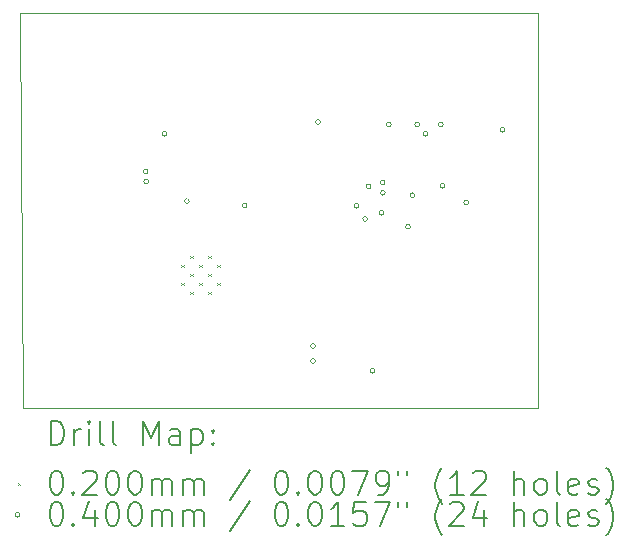
<source format=gbr>
%TF.GenerationSoftware,KiCad,Pcbnew,7.0.5*%
%TF.CreationDate,2023-07-07T22:00:24-05:00*%
%TF.ProjectId,leapsd,6c656170-7364-42e6-9b69-6361645f7063,rev?*%
%TF.SameCoordinates,Original*%
%TF.FileFunction,Drillmap*%
%TF.FilePolarity,Positive*%
%FSLAX45Y45*%
G04 Gerber Fmt 4.5, Leading zero omitted, Abs format (unit mm)*
G04 Created by KiCad (PCBNEW 7.0.5) date 2023-07-07 22:00:24*
%MOMM*%
%LPD*%
G01*
G04 APERTURE LIST*
%ADD10C,0.050000*%
%ADD11C,0.200000*%
%ADD12C,0.020000*%
%ADD13C,0.040000*%
G04 APERTURE END LIST*
D10*
X15680000Y-3460000D02*
X15680000Y-3480000D01*
X20060000Y-3460000D02*
X20060000Y-6800000D01*
X15700000Y-6800000D02*
X20060000Y-6800000D01*
X20060000Y-3460000D02*
X15680000Y-3460000D01*
X15680000Y-3480000D02*
X15700000Y-6800000D01*
D11*
D12*
X17043063Y-5587347D02*
X17063063Y-5607347D01*
X17063063Y-5587347D02*
X17043063Y-5607347D01*
X17043063Y-5739847D02*
X17063063Y-5759847D01*
X17063063Y-5739847D02*
X17043063Y-5759847D01*
X17119313Y-5511097D02*
X17139313Y-5531097D01*
X17139313Y-5511097D02*
X17119313Y-5531097D01*
X17119313Y-5663597D02*
X17139313Y-5683597D01*
X17139313Y-5663597D02*
X17119313Y-5683597D01*
X17119313Y-5816097D02*
X17139313Y-5836097D01*
X17139313Y-5816097D02*
X17119313Y-5836097D01*
X17195563Y-5587347D02*
X17215563Y-5607347D01*
X17215563Y-5587347D02*
X17195563Y-5607347D01*
X17195563Y-5739847D02*
X17215563Y-5759847D01*
X17215563Y-5739847D02*
X17195563Y-5759847D01*
X17271813Y-5511097D02*
X17291813Y-5531097D01*
X17291813Y-5511097D02*
X17271813Y-5531097D01*
X17271813Y-5663597D02*
X17291813Y-5683597D01*
X17291813Y-5663597D02*
X17271813Y-5683597D01*
X17271813Y-5816097D02*
X17291813Y-5836097D01*
X17291813Y-5816097D02*
X17271813Y-5836097D01*
X17348063Y-5587347D02*
X17368063Y-5607347D01*
X17368063Y-5587347D02*
X17348063Y-5607347D01*
X17348063Y-5739847D02*
X17368063Y-5759847D01*
X17368063Y-5739847D02*
X17348063Y-5759847D01*
D13*
X16761047Y-4799758D02*
G75*
G03*
X16761047Y-4799758I-20000J0D01*
G01*
X16765987Y-4883449D02*
G75*
G03*
X16765987Y-4883449I-20000J0D01*
G01*
X16920000Y-4480000D02*
G75*
G03*
X16920000Y-4480000I-20000J0D01*
G01*
X17110595Y-5049548D02*
G75*
G03*
X17110595Y-5049548I-20000J0D01*
G01*
X17599926Y-5085473D02*
G75*
G03*
X17599926Y-5085473I-20000J0D01*
G01*
X18178386Y-6275016D02*
G75*
G03*
X18178386Y-6275016I-20000J0D01*
G01*
X18178386Y-6404173D02*
G75*
G03*
X18178386Y-6404173I-20000J0D01*
G01*
X18220000Y-4380000D02*
G75*
G03*
X18220000Y-4380000I-20000J0D01*
G01*
X18548290Y-5089492D02*
G75*
G03*
X18548290Y-5089492I-20000J0D01*
G01*
X18620000Y-5200000D02*
G75*
G03*
X18620000Y-5200000I-20000J0D01*
G01*
X18648933Y-4925135D02*
G75*
G03*
X18648933Y-4925135I-20000J0D01*
G01*
X18682517Y-6487501D02*
G75*
G03*
X18682517Y-6487501I-20000J0D01*
G01*
X18759069Y-5148844D02*
G75*
G03*
X18759069Y-5148844I-20000J0D01*
G01*
X18768222Y-4890476D02*
G75*
G03*
X18768222Y-4890476I-20000J0D01*
G01*
X18770011Y-4979275D02*
G75*
G03*
X18770011Y-4979275I-20000J0D01*
G01*
X18820000Y-4400000D02*
G75*
G03*
X18820000Y-4400000I-20000J0D01*
G01*
X18982807Y-5266513D02*
G75*
G03*
X18982807Y-5266513I-20000J0D01*
G01*
X19020000Y-5000000D02*
G75*
G03*
X19020000Y-5000000I-20000J0D01*
G01*
X19060626Y-4400000D02*
G75*
G03*
X19060626Y-4400000I-20000J0D01*
G01*
X19130000Y-4480000D02*
G75*
G03*
X19130000Y-4480000I-20000J0D01*
G01*
X19260000Y-4400000D02*
G75*
G03*
X19260000Y-4400000I-20000J0D01*
G01*
X19274141Y-4920946D02*
G75*
G03*
X19274141Y-4920946I-20000J0D01*
G01*
X19475957Y-5062909D02*
G75*
G03*
X19475957Y-5062909I-20000J0D01*
G01*
X19782439Y-4445980D02*
G75*
G03*
X19782439Y-4445980I-20000J0D01*
G01*
D11*
X15938277Y-7113984D02*
X15938277Y-6913984D01*
X15938277Y-6913984D02*
X15985896Y-6913984D01*
X15985896Y-6913984D02*
X16014467Y-6923508D01*
X16014467Y-6923508D02*
X16033515Y-6942555D01*
X16033515Y-6942555D02*
X16043039Y-6961603D01*
X16043039Y-6961603D02*
X16052562Y-6999698D01*
X16052562Y-6999698D02*
X16052562Y-7028269D01*
X16052562Y-7028269D02*
X16043039Y-7066365D01*
X16043039Y-7066365D02*
X16033515Y-7085412D01*
X16033515Y-7085412D02*
X16014467Y-7104460D01*
X16014467Y-7104460D02*
X15985896Y-7113984D01*
X15985896Y-7113984D02*
X15938277Y-7113984D01*
X16138277Y-7113984D02*
X16138277Y-6980650D01*
X16138277Y-7018746D02*
X16147801Y-6999698D01*
X16147801Y-6999698D02*
X16157324Y-6990174D01*
X16157324Y-6990174D02*
X16176372Y-6980650D01*
X16176372Y-6980650D02*
X16195420Y-6980650D01*
X16262086Y-7113984D02*
X16262086Y-6980650D01*
X16262086Y-6913984D02*
X16252562Y-6923508D01*
X16252562Y-6923508D02*
X16262086Y-6933031D01*
X16262086Y-6933031D02*
X16271610Y-6923508D01*
X16271610Y-6923508D02*
X16262086Y-6913984D01*
X16262086Y-6913984D02*
X16262086Y-6933031D01*
X16385896Y-7113984D02*
X16366848Y-7104460D01*
X16366848Y-7104460D02*
X16357324Y-7085412D01*
X16357324Y-7085412D02*
X16357324Y-6913984D01*
X16490658Y-7113984D02*
X16471610Y-7104460D01*
X16471610Y-7104460D02*
X16462086Y-7085412D01*
X16462086Y-7085412D02*
X16462086Y-6913984D01*
X16719229Y-7113984D02*
X16719229Y-6913984D01*
X16719229Y-6913984D02*
X16785896Y-7056841D01*
X16785896Y-7056841D02*
X16852563Y-6913984D01*
X16852563Y-6913984D02*
X16852563Y-7113984D01*
X17033515Y-7113984D02*
X17033515Y-7009222D01*
X17033515Y-7009222D02*
X17023991Y-6990174D01*
X17023991Y-6990174D02*
X17004944Y-6980650D01*
X17004944Y-6980650D02*
X16966848Y-6980650D01*
X16966848Y-6980650D02*
X16947801Y-6990174D01*
X17033515Y-7104460D02*
X17014467Y-7113984D01*
X17014467Y-7113984D02*
X16966848Y-7113984D01*
X16966848Y-7113984D02*
X16947801Y-7104460D01*
X16947801Y-7104460D02*
X16938277Y-7085412D01*
X16938277Y-7085412D02*
X16938277Y-7066365D01*
X16938277Y-7066365D02*
X16947801Y-7047317D01*
X16947801Y-7047317D02*
X16966848Y-7037793D01*
X16966848Y-7037793D02*
X17014467Y-7037793D01*
X17014467Y-7037793D02*
X17033515Y-7028269D01*
X17128753Y-6980650D02*
X17128753Y-7180650D01*
X17128753Y-6990174D02*
X17147801Y-6980650D01*
X17147801Y-6980650D02*
X17185896Y-6980650D01*
X17185896Y-6980650D02*
X17204944Y-6990174D01*
X17204944Y-6990174D02*
X17214467Y-6999698D01*
X17214467Y-6999698D02*
X17223991Y-7018746D01*
X17223991Y-7018746D02*
X17223991Y-7075888D01*
X17223991Y-7075888D02*
X17214467Y-7094936D01*
X17214467Y-7094936D02*
X17204944Y-7104460D01*
X17204944Y-7104460D02*
X17185896Y-7113984D01*
X17185896Y-7113984D02*
X17147801Y-7113984D01*
X17147801Y-7113984D02*
X17128753Y-7104460D01*
X17309705Y-7094936D02*
X17319229Y-7104460D01*
X17319229Y-7104460D02*
X17309705Y-7113984D01*
X17309705Y-7113984D02*
X17300182Y-7104460D01*
X17300182Y-7104460D02*
X17309705Y-7094936D01*
X17309705Y-7094936D02*
X17309705Y-7113984D01*
X17309705Y-6990174D02*
X17319229Y-6999698D01*
X17319229Y-6999698D02*
X17309705Y-7009222D01*
X17309705Y-7009222D02*
X17300182Y-6999698D01*
X17300182Y-6999698D02*
X17309705Y-6990174D01*
X17309705Y-6990174D02*
X17309705Y-7009222D01*
D12*
X15657500Y-7432500D02*
X15677500Y-7452500D01*
X15677500Y-7432500D02*
X15657500Y-7452500D01*
D11*
X15976372Y-7333984D02*
X15995420Y-7333984D01*
X15995420Y-7333984D02*
X16014467Y-7343508D01*
X16014467Y-7343508D02*
X16023991Y-7353031D01*
X16023991Y-7353031D02*
X16033515Y-7372079D01*
X16033515Y-7372079D02*
X16043039Y-7410174D01*
X16043039Y-7410174D02*
X16043039Y-7457793D01*
X16043039Y-7457793D02*
X16033515Y-7495888D01*
X16033515Y-7495888D02*
X16023991Y-7514936D01*
X16023991Y-7514936D02*
X16014467Y-7524460D01*
X16014467Y-7524460D02*
X15995420Y-7533984D01*
X15995420Y-7533984D02*
X15976372Y-7533984D01*
X15976372Y-7533984D02*
X15957324Y-7524460D01*
X15957324Y-7524460D02*
X15947801Y-7514936D01*
X15947801Y-7514936D02*
X15938277Y-7495888D01*
X15938277Y-7495888D02*
X15928753Y-7457793D01*
X15928753Y-7457793D02*
X15928753Y-7410174D01*
X15928753Y-7410174D02*
X15938277Y-7372079D01*
X15938277Y-7372079D02*
X15947801Y-7353031D01*
X15947801Y-7353031D02*
X15957324Y-7343508D01*
X15957324Y-7343508D02*
X15976372Y-7333984D01*
X16128753Y-7514936D02*
X16138277Y-7524460D01*
X16138277Y-7524460D02*
X16128753Y-7533984D01*
X16128753Y-7533984D02*
X16119229Y-7524460D01*
X16119229Y-7524460D02*
X16128753Y-7514936D01*
X16128753Y-7514936D02*
X16128753Y-7533984D01*
X16214467Y-7353031D02*
X16223991Y-7343508D01*
X16223991Y-7343508D02*
X16243039Y-7333984D01*
X16243039Y-7333984D02*
X16290658Y-7333984D01*
X16290658Y-7333984D02*
X16309705Y-7343508D01*
X16309705Y-7343508D02*
X16319229Y-7353031D01*
X16319229Y-7353031D02*
X16328753Y-7372079D01*
X16328753Y-7372079D02*
X16328753Y-7391127D01*
X16328753Y-7391127D02*
X16319229Y-7419698D01*
X16319229Y-7419698D02*
X16204943Y-7533984D01*
X16204943Y-7533984D02*
X16328753Y-7533984D01*
X16452562Y-7333984D02*
X16471610Y-7333984D01*
X16471610Y-7333984D02*
X16490658Y-7343508D01*
X16490658Y-7343508D02*
X16500182Y-7353031D01*
X16500182Y-7353031D02*
X16509705Y-7372079D01*
X16509705Y-7372079D02*
X16519229Y-7410174D01*
X16519229Y-7410174D02*
X16519229Y-7457793D01*
X16519229Y-7457793D02*
X16509705Y-7495888D01*
X16509705Y-7495888D02*
X16500182Y-7514936D01*
X16500182Y-7514936D02*
X16490658Y-7524460D01*
X16490658Y-7524460D02*
X16471610Y-7533984D01*
X16471610Y-7533984D02*
X16452562Y-7533984D01*
X16452562Y-7533984D02*
X16433515Y-7524460D01*
X16433515Y-7524460D02*
X16423991Y-7514936D01*
X16423991Y-7514936D02*
X16414467Y-7495888D01*
X16414467Y-7495888D02*
X16404943Y-7457793D01*
X16404943Y-7457793D02*
X16404943Y-7410174D01*
X16404943Y-7410174D02*
X16414467Y-7372079D01*
X16414467Y-7372079D02*
X16423991Y-7353031D01*
X16423991Y-7353031D02*
X16433515Y-7343508D01*
X16433515Y-7343508D02*
X16452562Y-7333984D01*
X16643039Y-7333984D02*
X16662086Y-7333984D01*
X16662086Y-7333984D02*
X16681134Y-7343508D01*
X16681134Y-7343508D02*
X16690658Y-7353031D01*
X16690658Y-7353031D02*
X16700182Y-7372079D01*
X16700182Y-7372079D02*
X16709705Y-7410174D01*
X16709705Y-7410174D02*
X16709705Y-7457793D01*
X16709705Y-7457793D02*
X16700182Y-7495888D01*
X16700182Y-7495888D02*
X16690658Y-7514936D01*
X16690658Y-7514936D02*
X16681134Y-7524460D01*
X16681134Y-7524460D02*
X16662086Y-7533984D01*
X16662086Y-7533984D02*
X16643039Y-7533984D01*
X16643039Y-7533984D02*
X16623991Y-7524460D01*
X16623991Y-7524460D02*
X16614467Y-7514936D01*
X16614467Y-7514936D02*
X16604943Y-7495888D01*
X16604943Y-7495888D02*
X16595420Y-7457793D01*
X16595420Y-7457793D02*
X16595420Y-7410174D01*
X16595420Y-7410174D02*
X16604943Y-7372079D01*
X16604943Y-7372079D02*
X16614467Y-7353031D01*
X16614467Y-7353031D02*
X16623991Y-7343508D01*
X16623991Y-7343508D02*
X16643039Y-7333984D01*
X16795420Y-7533984D02*
X16795420Y-7400650D01*
X16795420Y-7419698D02*
X16804944Y-7410174D01*
X16804944Y-7410174D02*
X16823991Y-7400650D01*
X16823991Y-7400650D02*
X16852563Y-7400650D01*
X16852563Y-7400650D02*
X16871610Y-7410174D01*
X16871610Y-7410174D02*
X16881134Y-7429222D01*
X16881134Y-7429222D02*
X16881134Y-7533984D01*
X16881134Y-7429222D02*
X16890658Y-7410174D01*
X16890658Y-7410174D02*
X16909705Y-7400650D01*
X16909705Y-7400650D02*
X16938277Y-7400650D01*
X16938277Y-7400650D02*
X16957325Y-7410174D01*
X16957325Y-7410174D02*
X16966848Y-7429222D01*
X16966848Y-7429222D02*
X16966848Y-7533984D01*
X17062086Y-7533984D02*
X17062086Y-7400650D01*
X17062086Y-7419698D02*
X17071610Y-7410174D01*
X17071610Y-7410174D02*
X17090658Y-7400650D01*
X17090658Y-7400650D02*
X17119229Y-7400650D01*
X17119229Y-7400650D02*
X17138277Y-7410174D01*
X17138277Y-7410174D02*
X17147801Y-7429222D01*
X17147801Y-7429222D02*
X17147801Y-7533984D01*
X17147801Y-7429222D02*
X17157325Y-7410174D01*
X17157325Y-7410174D02*
X17176372Y-7400650D01*
X17176372Y-7400650D02*
X17204944Y-7400650D01*
X17204944Y-7400650D02*
X17223991Y-7410174D01*
X17223991Y-7410174D02*
X17233515Y-7429222D01*
X17233515Y-7429222D02*
X17233515Y-7533984D01*
X17623991Y-7324460D02*
X17452563Y-7581603D01*
X17881134Y-7333984D02*
X17900182Y-7333984D01*
X17900182Y-7333984D02*
X17919229Y-7343508D01*
X17919229Y-7343508D02*
X17928753Y-7353031D01*
X17928753Y-7353031D02*
X17938277Y-7372079D01*
X17938277Y-7372079D02*
X17947801Y-7410174D01*
X17947801Y-7410174D02*
X17947801Y-7457793D01*
X17947801Y-7457793D02*
X17938277Y-7495888D01*
X17938277Y-7495888D02*
X17928753Y-7514936D01*
X17928753Y-7514936D02*
X17919229Y-7524460D01*
X17919229Y-7524460D02*
X17900182Y-7533984D01*
X17900182Y-7533984D02*
X17881134Y-7533984D01*
X17881134Y-7533984D02*
X17862087Y-7524460D01*
X17862087Y-7524460D02*
X17852563Y-7514936D01*
X17852563Y-7514936D02*
X17843039Y-7495888D01*
X17843039Y-7495888D02*
X17833515Y-7457793D01*
X17833515Y-7457793D02*
X17833515Y-7410174D01*
X17833515Y-7410174D02*
X17843039Y-7372079D01*
X17843039Y-7372079D02*
X17852563Y-7353031D01*
X17852563Y-7353031D02*
X17862087Y-7343508D01*
X17862087Y-7343508D02*
X17881134Y-7333984D01*
X18033515Y-7514936D02*
X18043039Y-7524460D01*
X18043039Y-7524460D02*
X18033515Y-7533984D01*
X18033515Y-7533984D02*
X18023991Y-7524460D01*
X18023991Y-7524460D02*
X18033515Y-7514936D01*
X18033515Y-7514936D02*
X18033515Y-7533984D01*
X18166848Y-7333984D02*
X18185896Y-7333984D01*
X18185896Y-7333984D02*
X18204944Y-7343508D01*
X18204944Y-7343508D02*
X18214468Y-7353031D01*
X18214468Y-7353031D02*
X18223991Y-7372079D01*
X18223991Y-7372079D02*
X18233515Y-7410174D01*
X18233515Y-7410174D02*
X18233515Y-7457793D01*
X18233515Y-7457793D02*
X18223991Y-7495888D01*
X18223991Y-7495888D02*
X18214468Y-7514936D01*
X18214468Y-7514936D02*
X18204944Y-7524460D01*
X18204944Y-7524460D02*
X18185896Y-7533984D01*
X18185896Y-7533984D02*
X18166848Y-7533984D01*
X18166848Y-7533984D02*
X18147801Y-7524460D01*
X18147801Y-7524460D02*
X18138277Y-7514936D01*
X18138277Y-7514936D02*
X18128753Y-7495888D01*
X18128753Y-7495888D02*
X18119229Y-7457793D01*
X18119229Y-7457793D02*
X18119229Y-7410174D01*
X18119229Y-7410174D02*
X18128753Y-7372079D01*
X18128753Y-7372079D02*
X18138277Y-7353031D01*
X18138277Y-7353031D02*
X18147801Y-7343508D01*
X18147801Y-7343508D02*
X18166848Y-7333984D01*
X18357325Y-7333984D02*
X18376372Y-7333984D01*
X18376372Y-7333984D02*
X18395420Y-7343508D01*
X18395420Y-7343508D02*
X18404944Y-7353031D01*
X18404944Y-7353031D02*
X18414468Y-7372079D01*
X18414468Y-7372079D02*
X18423991Y-7410174D01*
X18423991Y-7410174D02*
X18423991Y-7457793D01*
X18423991Y-7457793D02*
X18414468Y-7495888D01*
X18414468Y-7495888D02*
X18404944Y-7514936D01*
X18404944Y-7514936D02*
X18395420Y-7524460D01*
X18395420Y-7524460D02*
X18376372Y-7533984D01*
X18376372Y-7533984D02*
X18357325Y-7533984D01*
X18357325Y-7533984D02*
X18338277Y-7524460D01*
X18338277Y-7524460D02*
X18328753Y-7514936D01*
X18328753Y-7514936D02*
X18319229Y-7495888D01*
X18319229Y-7495888D02*
X18309706Y-7457793D01*
X18309706Y-7457793D02*
X18309706Y-7410174D01*
X18309706Y-7410174D02*
X18319229Y-7372079D01*
X18319229Y-7372079D02*
X18328753Y-7353031D01*
X18328753Y-7353031D02*
X18338277Y-7343508D01*
X18338277Y-7343508D02*
X18357325Y-7333984D01*
X18490658Y-7333984D02*
X18623991Y-7333984D01*
X18623991Y-7333984D02*
X18538277Y-7533984D01*
X18709706Y-7533984D02*
X18747801Y-7533984D01*
X18747801Y-7533984D02*
X18766849Y-7524460D01*
X18766849Y-7524460D02*
X18776372Y-7514936D01*
X18776372Y-7514936D02*
X18795420Y-7486365D01*
X18795420Y-7486365D02*
X18804944Y-7448269D01*
X18804944Y-7448269D02*
X18804944Y-7372079D01*
X18804944Y-7372079D02*
X18795420Y-7353031D01*
X18795420Y-7353031D02*
X18785896Y-7343508D01*
X18785896Y-7343508D02*
X18766849Y-7333984D01*
X18766849Y-7333984D02*
X18728753Y-7333984D01*
X18728753Y-7333984D02*
X18709706Y-7343508D01*
X18709706Y-7343508D02*
X18700182Y-7353031D01*
X18700182Y-7353031D02*
X18690658Y-7372079D01*
X18690658Y-7372079D02*
X18690658Y-7419698D01*
X18690658Y-7419698D02*
X18700182Y-7438746D01*
X18700182Y-7438746D02*
X18709706Y-7448269D01*
X18709706Y-7448269D02*
X18728753Y-7457793D01*
X18728753Y-7457793D02*
X18766849Y-7457793D01*
X18766849Y-7457793D02*
X18785896Y-7448269D01*
X18785896Y-7448269D02*
X18795420Y-7438746D01*
X18795420Y-7438746D02*
X18804944Y-7419698D01*
X18881134Y-7333984D02*
X18881134Y-7372079D01*
X18957325Y-7333984D02*
X18957325Y-7372079D01*
X19252563Y-7610174D02*
X19243039Y-7600650D01*
X19243039Y-7600650D02*
X19223991Y-7572079D01*
X19223991Y-7572079D02*
X19214468Y-7553031D01*
X19214468Y-7553031D02*
X19204944Y-7524460D01*
X19204944Y-7524460D02*
X19195420Y-7476841D01*
X19195420Y-7476841D02*
X19195420Y-7438746D01*
X19195420Y-7438746D02*
X19204944Y-7391127D01*
X19204944Y-7391127D02*
X19214468Y-7362555D01*
X19214468Y-7362555D02*
X19223991Y-7343508D01*
X19223991Y-7343508D02*
X19243039Y-7314936D01*
X19243039Y-7314936D02*
X19252563Y-7305412D01*
X19433515Y-7533984D02*
X19319230Y-7533984D01*
X19376372Y-7533984D02*
X19376372Y-7333984D01*
X19376372Y-7333984D02*
X19357325Y-7362555D01*
X19357325Y-7362555D02*
X19338277Y-7381603D01*
X19338277Y-7381603D02*
X19319230Y-7391127D01*
X19509706Y-7353031D02*
X19519230Y-7343508D01*
X19519230Y-7343508D02*
X19538277Y-7333984D01*
X19538277Y-7333984D02*
X19585896Y-7333984D01*
X19585896Y-7333984D02*
X19604944Y-7343508D01*
X19604944Y-7343508D02*
X19614468Y-7353031D01*
X19614468Y-7353031D02*
X19623991Y-7372079D01*
X19623991Y-7372079D02*
X19623991Y-7391127D01*
X19623991Y-7391127D02*
X19614468Y-7419698D01*
X19614468Y-7419698D02*
X19500182Y-7533984D01*
X19500182Y-7533984D02*
X19623991Y-7533984D01*
X19862087Y-7533984D02*
X19862087Y-7333984D01*
X19947801Y-7533984D02*
X19947801Y-7429222D01*
X19947801Y-7429222D02*
X19938277Y-7410174D01*
X19938277Y-7410174D02*
X19919230Y-7400650D01*
X19919230Y-7400650D02*
X19890658Y-7400650D01*
X19890658Y-7400650D02*
X19871611Y-7410174D01*
X19871611Y-7410174D02*
X19862087Y-7419698D01*
X20071611Y-7533984D02*
X20052563Y-7524460D01*
X20052563Y-7524460D02*
X20043039Y-7514936D01*
X20043039Y-7514936D02*
X20033515Y-7495888D01*
X20033515Y-7495888D02*
X20033515Y-7438746D01*
X20033515Y-7438746D02*
X20043039Y-7419698D01*
X20043039Y-7419698D02*
X20052563Y-7410174D01*
X20052563Y-7410174D02*
X20071611Y-7400650D01*
X20071611Y-7400650D02*
X20100182Y-7400650D01*
X20100182Y-7400650D02*
X20119230Y-7410174D01*
X20119230Y-7410174D02*
X20128753Y-7419698D01*
X20128753Y-7419698D02*
X20138277Y-7438746D01*
X20138277Y-7438746D02*
X20138277Y-7495888D01*
X20138277Y-7495888D02*
X20128753Y-7514936D01*
X20128753Y-7514936D02*
X20119230Y-7524460D01*
X20119230Y-7524460D02*
X20100182Y-7533984D01*
X20100182Y-7533984D02*
X20071611Y-7533984D01*
X20252563Y-7533984D02*
X20233515Y-7524460D01*
X20233515Y-7524460D02*
X20223992Y-7505412D01*
X20223992Y-7505412D02*
X20223992Y-7333984D01*
X20404944Y-7524460D02*
X20385896Y-7533984D01*
X20385896Y-7533984D02*
X20347801Y-7533984D01*
X20347801Y-7533984D02*
X20328753Y-7524460D01*
X20328753Y-7524460D02*
X20319230Y-7505412D01*
X20319230Y-7505412D02*
X20319230Y-7429222D01*
X20319230Y-7429222D02*
X20328753Y-7410174D01*
X20328753Y-7410174D02*
X20347801Y-7400650D01*
X20347801Y-7400650D02*
X20385896Y-7400650D01*
X20385896Y-7400650D02*
X20404944Y-7410174D01*
X20404944Y-7410174D02*
X20414468Y-7429222D01*
X20414468Y-7429222D02*
X20414468Y-7448269D01*
X20414468Y-7448269D02*
X20319230Y-7467317D01*
X20490658Y-7524460D02*
X20509706Y-7533984D01*
X20509706Y-7533984D02*
X20547801Y-7533984D01*
X20547801Y-7533984D02*
X20566849Y-7524460D01*
X20566849Y-7524460D02*
X20576373Y-7505412D01*
X20576373Y-7505412D02*
X20576373Y-7495888D01*
X20576373Y-7495888D02*
X20566849Y-7476841D01*
X20566849Y-7476841D02*
X20547801Y-7467317D01*
X20547801Y-7467317D02*
X20519230Y-7467317D01*
X20519230Y-7467317D02*
X20500182Y-7457793D01*
X20500182Y-7457793D02*
X20490658Y-7438746D01*
X20490658Y-7438746D02*
X20490658Y-7429222D01*
X20490658Y-7429222D02*
X20500182Y-7410174D01*
X20500182Y-7410174D02*
X20519230Y-7400650D01*
X20519230Y-7400650D02*
X20547801Y-7400650D01*
X20547801Y-7400650D02*
X20566849Y-7410174D01*
X20643039Y-7610174D02*
X20652563Y-7600650D01*
X20652563Y-7600650D02*
X20671611Y-7572079D01*
X20671611Y-7572079D02*
X20681134Y-7553031D01*
X20681134Y-7553031D02*
X20690658Y-7524460D01*
X20690658Y-7524460D02*
X20700182Y-7476841D01*
X20700182Y-7476841D02*
X20700182Y-7438746D01*
X20700182Y-7438746D02*
X20690658Y-7391127D01*
X20690658Y-7391127D02*
X20681134Y-7362555D01*
X20681134Y-7362555D02*
X20671611Y-7343508D01*
X20671611Y-7343508D02*
X20652563Y-7314936D01*
X20652563Y-7314936D02*
X20643039Y-7305412D01*
D13*
X15677500Y-7706500D02*
G75*
G03*
X15677500Y-7706500I-20000J0D01*
G01*
D11*
X15976372Y-7597984D02*
X15995420Y-7597984D01*
X15995420Y-7597984D02*
X16014467Y-7607508D01*
X16014467Y-7607508D02*
X16023991Y-7617031D01*
X16023991Y-7617031D02*
X16033515Y-7636079D01*
X16033515Y-7636079D02*
X16043039Y-7674174D01*
X16043039Y-7674174D02*
X16043039Y-7721793D01*
X16043039Y-7721793D02*
X16033515Y-7759888D01*
X16033515Y-7759888D02*
X16023991Y-7778936D01*
X16023991Y-7778936D02*
X16014467Y-7788460D01*
X16014467Y-7788460D02*
X15995420Y-7797984D01*
X15995420Y-7797984D02*
X15976372Y-7797984D01*
X15976372Y-7797984D02*
X15957324Y-7788460D01*
X15957324Y-7788460D02*
X15947801Y-7778936D01*
X15947801Y-7778936D02*
X15938277Y-7759888D01*
X15938277Y-7759888D02*
X15928753Y-7721793D01*
X15928753Y-7721793D02*
X15928753Y-7674174D01*
X15928753Y-7674174D02*
X15938277Y-7636079D01*
X15938277Y-7636079D02*
X15947801Y-7617031D01*
X15947801Y-7617031D02*
X15957324Y-7607508D01*
X15957324Y-7607508D02*
X15976372Y-7597984D01*
X16128753Y-7778936D02*
X16138277Y-7788460D01*
X16138277Y-7788460D02*
X16128753Y-7797984D01*
X16128753Y-7797984D02*
X16119229Y-7788460D01*
X16119229Y-7788460D02*
X16128753Y-7778936D01*
X16128753Y-7778936D02*
X16128753Y-7797984D01*
X16309705Y-7664650D02*
X16309705Y-7797984D01*
X16262086Y-7588460D02*
X16214467Y-7731317D01*
X16214467Y-7731317D02*
X16338277Y-7731317D01*
X16452562Y-7597984D02*
X16471610Y-7597984D01*
X16471610Y-7597984D02*
X16490658Y-7607508D01*
X16490658Y-7607508D02*
X16500182Y-7617031D01*
X16500182Y-7617031D02*
X16509705Y-7636079D01*
X16509705Y-7636079D02*
X16519229Y-7674174D01*
X16519229Y-7674174D02*
X16519229Y-7721793D01*
X16519229Y-7721793D02*
X16509705Y-7759888D01*
X16509705Y-7759888D02*
X16500182Y-7778936D01*
X16500182Y-7778936D02*
X16490658Y-7788460D01*
X16490658Y-7788460D02*
X16471610Y-7797984D01*
X16471610Y-7797984D02*
X16452562Y-7797984D01*
X16452562Y-7797984D02*
X16433515Y-7788460D01*
X16433515Y-7788460D02*
X16423991Y-7778936D01*
X16423991Y-7778936D02*
X16414467Y-7759888D01*
X16414467Y-7759888D02*
X16404943Y-7721793D01*
X16404943Y-7721793D02*
X16404943Y-7674174D01*
X16404943Y-7674174D02*
X16414467Y-7636079D01*
X16414467Y-7636079D02*
X16423991Y-7617031D01*
X16423991Y-7617031D02*
X16433515Y-7607508D01*
X16433515Y-7607508D02*
X16452562Y-7597984D01*
X16643039Y-7597984D02*
X16662086Y-7597984D01*
X16662086Y-7597984D02*
X16681134Y-7607508D01*
X16681134Y-7607508D02*
X16690658Y-7617031D01*
X16690658Y-7617031D02*
X16700182Y-7636079D01*
X16700182Y-7636079D02*
X16709705Y-7674174D01*
X16709705Y-7674174D02*
X16709705Y-7721793D01*
X16709705Y-7721793D02*
X16700182Y-7759888D01*
X16700182Y-7759888D02*
X16690658Y-7778936D01*
X16690658Y-7778936D02*
X16681134Y-7788460D01*
X16681134Y-7788460D02*
X16662086Y-7797984D01*
X16662086Y-7797984D02*
X16643039Y-7797984D01*
X16643039Y-7797984D02*
X16623991Y-7788460D01*
X16623991Y-7788460D02*
X16614467Y-7778936D01*
X16614467Y-7778936D02*
X16604943Y-7759888D01*
X16604943Y-7759888D02*
X16595420Y-7721793D01*
X16595420Y-7721793D02*
X16595420Y-7674174D01*
X16595420Y-7674174D02*
X16604943Y-7636079D01*
X16604943Y-7636079D02*
X16614467Y-7617031D01*
X16614467Y-7617031D02*
X16623991Y-7607508D01*
X16623991Y-7607508D02*
X16643039Y-7597984D01*
X16795420Y-7797984D02*
X16795420Y-7664650D01*
X16795420Y-7683698D02*
X16804944Y-7674174D01*
X16804944Y-7674174D02*
X16823991Y-7664650D01*
X16823991Y-7664650D02*
X16852563Y-7664650D01*
X16852563Y-7664650D02*
X16871610Y-7674174D01*
X16871610Y-7674174D02*
X16881134Y-7693222D01*
X16881134Y-7693222D02*
X16881134Y-7797984D01*
X16881134Y-7693222D02*
X16890658Y-7674174D01*
X16890658Y-7674174D02*
X16909705Y-7664650D01*
X16909705Y-7664650D02*
X16938277Y-7664650D01*
X16938277Y-7664650D02*
X16957325Y-7674174D01*
X16957325Y-7674174D02*
X16966848Y-7693222D01*
X16966848Y-7693222D02*
X16966848Y-7797984D01*
X17062086Y-7797984D02*
X17062086Y-7664650D01*
X17062086Y-7683698D02*
X17071610Y-7674174D01*
X17071610Y-7674174D02*
X17090658Y-7664650D01*
X17090658Y-7664650D02*
X17119229Y-7664650D01*
X17119229Y-7664650D02*
X17138277Y-7674174D01*
X17138277Y-7674174D02*
X17147801Y-7693222D01*
X17147801Y-7693222D02*
X17147801Y-7797984D01*
X17147801Y-7693222D02*
X17157325Y-7674174D01*
X17157325Y-7674174D02*
X17176372Y-7664650D01*
X17176372Y-7664650D02*
X17204944Y-7664650D01*
X17204944Y-7664650D02*
X17223991Y-7674174D01*
X17223991Y-7674174D02*
X17233515Y-7693222D01*
X17233515Y-7693222D02*
X17233515Y-7797984D01*
X17623991Y-7588460D02*
X17452563Y-7845603D01*
X17881134Y-7597984D02*
X17900182Y-7597984D01*
X17900182Y-7597984D02*
X17919229Y-7607508D01*
X17919229Y-7607508D02*
X17928753Y-7617031D01*
X17928753Y-7617031D02*
X17938277Y-7636079D01*
X17938277Y-7636079D02*
X17947801Y-7674174D01*
X17947801Y-7674174D02*
X17947801Y-7721793D01*
X17947801Y-7721793D02*
X17938277Y-7759888D01*
X17938277Y-7759888D02*
X17928753Y-7778936D01*
X17928753Y-7778936D02*
X17919229Y-7788460D01*
X17919229Y-7788460D02*
X17900182Y-7797984D01*
X17900182Y-7797984D02*
X17881134Y-7797984D01*
X17881134Y-7797984D02*
X17862087Y-7788460D01*
X17862087Y-7788460D02*
X17852563Y-7778936D01*
X17852563Y-7778936D02*
X17843039Y-7759888D01*
X17843039Y-7759888D02*
X17833515Y-7721793D01*
X17833515Y-7721793D02*
X17833515Y-7674174D01*
X17833515Y-7674174D02*
X17843039Y-7636079D01*
X17843039Y-7636079D02*
X17852563Y-7617031D01*
X17852563Y-7617031D02*
X17862087Y-7607508D01*
X17862087Y-7607508D02*
X17881134Y-7597984D01*
X18033515Y-7778936D02*
X18043039Y-7788460D01*
X18043039Y-7788460D02*
X18033515Y-7797984D01*
X18033515Y-7797984D02*
X18023991Y-7788460D01*
X18023991Y-7788460D02*
X18033515Y-7778936D01*
X18033515Y-7778936D02*
X18033515Y-7797984D01*
X18166848Y-7597984D02*
X18185896Y-7597984D01*
X18185896Y-7597984D02*
X18204944Y-7607508D01*
X18204944Y-7607508D02*
X18214468Y-7617031D01*
X18214468Y-7617031D02*
X18223991Y-7636079D01*
X18223991Y-7636079D02*
X18233515Y-7674174D01*
X18233515Y-7674174D02*
X18233515Y-7721793D01*
X18233515Y-7721793D02*
X18223991Y-7759888D01*
X18223991Y-7759888D02*
X18214468Y-7778936D01*
X18214468Y-7778936D02*
X18204944Y-7788460D01*
X18204944Y-7788460D02*
X18185896Y-7797984D01*
X18185896Y-7797984D02*
X18166848Y-7797984D01*
X18166848Y-7797984D02*
X18147801Y-7788460D01*
X18147801Y-7788460D02*
X18138277Y-7778936D01*
X18138277Y-7778936D02*
X18128753Y-7759888D01*
X18128753Y-7759888D02*
X18119229Y-7721793D01*
X18119229Y-7721793D02*
X18119229Y-7674174D01*
X18119229Y-7674174D02*
X18128753Y-7636079D01*
X18128753Y-7636079D02*
X18138277Y-7617031D01*
X18138277Y-7617031D02*
X18147801Y-7607508D01*
X18147801Y-7607508D02*
X18166848Y-7597984D01*
X18423991Y-7797984D02*
X18309706Y-7797984D01*
X18366848Y-7797984D02*
X18366848Y-7597984D01*
X18366848Y-7597984D02*
X18347801Y-7626555D01*
X18347801Y-7626555D02*
X18328753Y-7645603D01*
X18328753Y-7645603D02*
X18309706Y-7655127D01*
X18604944Y-7597984D02*
X18509706Y-7597984D01*
X18509706Y-7597984D02*
X18500182Y-7693222D01*
X18500182Y-7693222D02*
X18509706Y-7683698D01*
X18509706Y-7683698D02*
X18528753Y-7674174D01*
X18528753Y-7674174D02*
X18576372Y-7674174D01*
X18576372Y-7674174D02*
X18595420Y-7683698D01*
X18595420Y-7683698D02*
X18604944Y-7693222D01*
X18604944Y-7693222D02*
X18614468Y-7712269D01*
X18614468Y-7712269D02*
X18614468Y-7759888D01*
X18614468Y-7759888D02*
X18604944Y-7778936D01*
X18604944Y-7778936D02*
X18595420Y-7788460D01*
X18595420Y-7788460D02*
X18576372Y-7797984D01*
X18576372Y-7797984D02*
X18528753Y-7797984D01*
X18528753Y-7797984D02*
X18509706Y-7788460D01*
X18509706Y-7788460D02*
X18500182Y-7778936D01*
X18681134Y-7597984D02*
X18814468Y-7597984D01*
X18814468Y-7597984D02*
X18728753Y-7797984D01*
X18881134Y-7597984D02*
X18881134Y-7636079D01*
X18957325Y-7597984D02*
X18957325Y-7636079D01*
X19252563Y-7874174D02*
X19243039Y-7864650D01*
X19243039Y-7864650D02*
X19223991Y-7836079D01*
X19223991Y-7836079D02*
X19214468Y-7817031D01*
X19214468Y-7817031D02*
X19204944Y-7788460D01*
X19204944Y-7788460D02*
X19195420Y-7740841D01*
X19195420Y-7740841D02*
X19195420Y-7702746D01*
X19195420Y-7702746D02*
X19204944Y-7655127D01*
X19204944Y-7655127D02*
X19214468Y-7626555D01*
X19214468Y-7626555D02*
X19223991Y-7607508D01*
X19223991Y-7607508D02*
X19243039Y-7578936D01*
X19243039Y-7578936D02*
X19252563Y-7569412D01*
X19319230Y-7617031D02*
X19328753Y-7607508D01*
X19328753Y-7607508D02*
X19347801Y-7597984D01*
X19347801Y-7597984D02*
X19395420Y-7597984D01*
X19395420Y-7597984D02*
X19414468Y-7607508D01*
X19414468Y-7607508D02*
X19423991Y-7617031D01*
X19423991Y-7617031D02*
X19433515Y-7636079D01*
X19433515Y-7636079D02*
X19433515Y-7655127D01*
X19433515Y-7655127D02*
X19423991Y-7683698D01*
X19423991Y-7683698D02*
X19309706Y-7797984D01*
X19309706Y-7797984D02*
X19433515Y-7797984D01*
X19604944Y-7664650D02*
X19604944Y-7797984D01*
X19557325Y-7588460D02*
X19509706Y-7731317D01*
X19509706Y-7731317D02*
X19633515Y-7731317D01*
X19862087Y-7797984D02*
X19862087Y-7597984D01*
X19947801Y-7797984D02*
X19947801Y-7693222D01*
X19947801Y-7693222D02*
X19938277Y-7674174D01*
X19938277Y-7674174D02*
X19919230Y-7664650D01*
X19919230Y-7664650D02*
X19890658Y-7664650D01*
X19890658Y-7664650D02*
X19871611Y-7674174D01*
X19871611Y-7674174D02*
X19862087Y-7683698D01*
X20071611Y-7797984D02*
X20052563Y-7788460D01*
X20052563Y-7788460D02*
X20043039Y-7778936D01*
X20043039Y-7778936D02*
X20033515Y-7759888D01*
X20033515Y-7759888D02*
X20033515Y-7702746D01*
X20033515Y-7702746D02*
X20043039Y-7683698D01*
X20043039Y-7683698D02*
X20052563Y-7674174D01*
X20052563Y-7674174D02*
X20071611Y-7664650D01*
X20071611Y-7664650D02*
X20100182Y-7664650D01*
X20100182Y-7664650D02*
X20119230Y-7674174D01*
X20119230Y-7674174D02*
X20128753Y-7683698D01*
X20128753Y-7683698D02*
X20138277Y-7702746D01*
X20138277Y-7702746D02*
X20138277Y-7759888D01*
X20138277Y-7759888D02*
X20128753Y-7778936D01*
X20128753Y-7778936D02*
X20119230Y-7788460D01*
X20119230Y-7788460D02*
X20100182Y-7797984D01*
X20100182Y-7797984D02*
X20071611Y-7797984D01*
X20252563Y-7797984D02*
X20233515Y-7788460D01*
X20233515Y-7788460D02*
X20223992Y-7769412D01*
X20223992Y-7769412D02*
X20223992Y-7597984D01*
X20404944Y-7788460D02*
X20385896Y-7797984D01*
X20385896Y-7797984D02*
X20347801Y-7797984D01*
X20347801Y-7797984D02*
X20328753Y-7788460D01*
X20328753Y-7788460D02*
X20319230Y-7769412D01*
X20319230Y-7769412D02*
X20319230Y-7693222D01*
X20319230Y-7693222D02*
X20328753Y-7674174D01*
X20328753Y-7674174D02*
X20347801Y-7664650D01*
X20347801Y-7664650D02*
X20385896Y-7664650D01*
X20385896Y-7664650D02*
X20404944Y-7674174D01*
X20404944Y-7674174D02*
X20414468Y-7693222D01*
X20414468Y-7693222D02*
X20414468Y-7712269D01*
X20414468Y-7712269D02*
X20319230Y-7731317D01*
X20490658Y-7788460D02*
X20509706Y-7797984D01*
X20509706Y-7797984D02*
X20547801Y-7797984D01*
X20547801Y-7797984D02*
X20566849Y-7788460D01*
X20566849Y-7788460D02*
X20576373Y-7769412D01*
X20576373Y-7769412D02*
X20576373Y-7759888D01*
X20576373Y-7759888D02*
X20566849Y-7740841D01*
X20566849Y-7740841D02*
X20547801Y-7731317D01*
X20547801Y-7731317D02*
X20519230Y-7731317D01*
X20519230Y-7731317D02*
X20500182Y-7721793D01*
X20500182Y-7721793D02*
X20490658Y-7702746D01*
X20490658Y-7702746D02*
X20490658Y-7693222D01*
X20490658Y-7693222D02*
X20500182Y-7674174D01*
X20500182Y-7674174D02*
X20519230Y-7664650D01*
X20519230Y-7664650D02*
X20547801Y-7664650D01*
X20547801Y-7664650D02*
X20566849Y-7674174D01*
X20643039Y-7874174D02*
X20652563Y-7864650D01*
X20652563Y-7864650D02*
X20671611Y-7836079D01*
X20671611Y-7836079D02*
X20681134Y-7817031D01*
X20681134Y-7817031D02*
X20690658Y-7788460D01*
X20690658Y-7788460D02*
X20700182Y-7740841D01*
X20700182Y-7740841D02*
X20700182Y-7702746D01*
X20700182Y-7702746D02*
X20690658Y-7655127D01*
X20690658Y-7655127D02*
X20681134Y-7626555D01*
X20681134Y-7626555D02*
X20671611Y-7607508D01*
X20671611Y-7607508D02*
X20652563Y-7578936D01*
X20652563Y-7578936D02*
X20643039Y-7569412D01*
M02*

</source>
